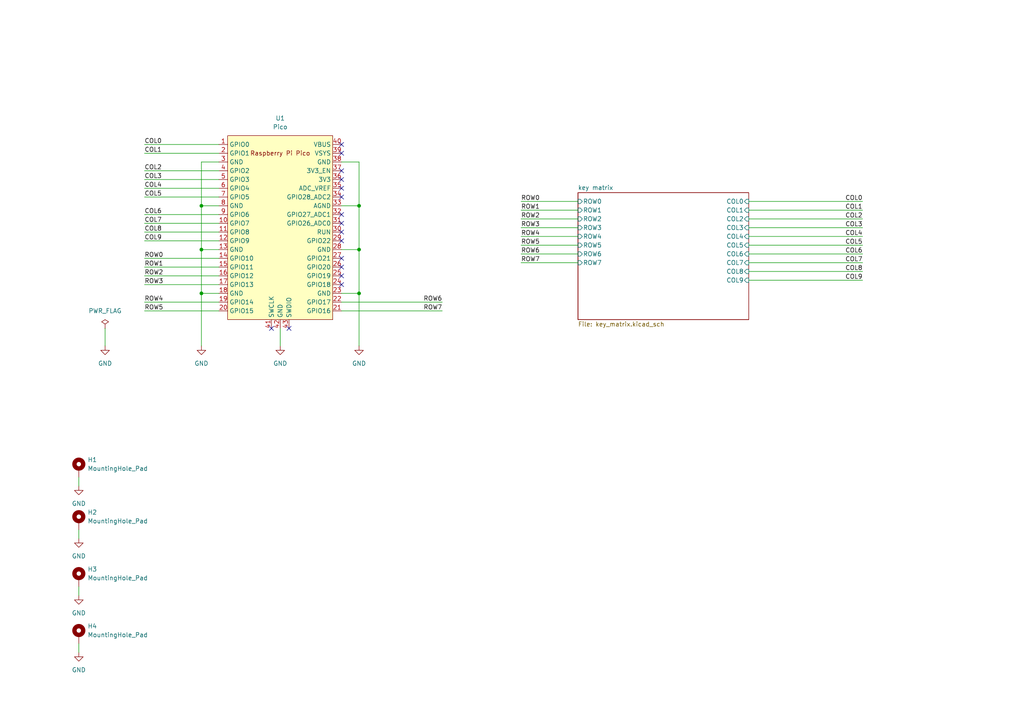
<source format=kicad_sch>
(kicad_sch (version 20230121) (generator eeschema)
  (paper "A4")
  (lib_symbols
    (symbol "Mechanical:MountingHole_Pad" (pin_numbers hide) (pin_names (offset 1.016) hide)
      (property "Reference" "H" (at 0 6.35 0))
      (property "Value" "MountingHole_Pad" (at 0 4.445 0))
      (symbol "MountingHole_Pad_0_1"
        (circle (center 0 1.27) (radius 1.27) (stroke (width 1.27)))
      )
      (symbol "MountingHole_Pad_1_1"
        (pin input line (at 0 -2.54 90) (length 2.54) (name "1") (number "1"))
      )
    )
    (symbol "pico:Pico"
      (property "Reference" "U1" (at 0 31.75 0))
      (property "Value" "Pico" (at 0 29.21 0))
      (symbol "Pico_0_0"
        (text "Raspberry Pi Pico" (at 0 21.59 0) (effects (font (size 1.27 1.27))))
      )
      (symbol "Pico_0_1"
        (rectangle (start -15.24 26.67) (end 15.24 -26.67) (fill (type background)))
      )
      (symbol "Pico_1_1"
        (pin bidirectional line (at -17.78 24.13 0) (length 2.54) (name "GPIO0") (number "1"))
        (pin bidirectional line (at -17.78 1.27 0) (length 2.54) (name "GPIO7") (number "10"))
        (pin bidirectional line (at -17.78 -1.27 0) (length 2.54) (name "GPIO8") (number "11"))
        (pin bidirectional line (at -17.78 -3.81 0) (length 2.54) (name "GPIO9") (number "12"))
        (pin power_in line (at -17.78 -6.35 0) (length 2.54) (name "GND") (number "13"))
        (pin bidirectional line (at -17.78 -8.89 0) (length 2.54) (name "GPIO10") (number "14"))
        (pin bidirectional line (at -17.78 -11.43 0) (length 2.54) (name "GPIO11") (number "15"))
        (pin bidirectional line (at -17.78 -13.97 0) (length 2.54) (name "GPIO12") (number "16"))
        (pin bidirectional line (at -17.78 -16.51 0) (length 2.54) (name "GPIO13") (number "17"))
        (pin power_in line (at -17.78 -19.05 0) (length 2.54) (name "GND") (number "18"))
        (pin bidirectional line (at -17.78 -21.59 0) (length 2.54) (name "GPIO14") (number "19"))
        (pin bidirectional line (at -17.78 21.59 0) (length 2.54) (name "GPIO1") (number "2"))
        (pin bidirectional line (at -17.78 -24.13 0) (length 2.54) (name "GPIO15") (number "20"))
        (pin bidirectional line (at 17.78 -24.13 180) (length 2.54) (name "GPIO16") (number "21"))
        (pin bidirectional line (at 17.78 -21.59 180) (length 2.54) (name "GPIO17") (number "22"))
        (pin power_in line (at 17.78 -19.05 180) (length 2.54) (name "GND") (number "23"))
        (pin bidirectional line (at 17.78 -16.51 180) (length 2.54) (name "GPIO18") (number "24"))
        (pin bidirectional line (at 17.78 -13.97 180) (length 2.54) (name "GPIO19") (number "25"))
        (pin bidirectional line (at 17.78 -11.43 180) (length 2.54) (name "GPIO20") (number "26"))
        (pin bidirectional line (at 17.78 -8.89 180) (length 2.54) (name "GPIO21") (number "27"))
        (pin power_in line (at 17.78 -6.35 180) (length 2.54) (name "GND") (number "28"))
        (pin bidirectional line (at 17.78 -3.81 180) (length 2.54) (name "GPIO22") (number "29"))
        (pin power_in line (at -17.78 19.05 0) (length 2.54) (name "GND") (number "3"))
        (pin input line (at 17.78 -1.27 180) (length 2.54) (name "RUN") (number "30"))
        (pin bidirectional line (at 17.78 1.27 180) (length 2.54) (name "GPIO26_ADC0") (number "31"))
        (pin bidirectional line (at 17.78 3.81 180) (length 2.54) (name "GPIO27_ADC1") (number "32"))
        (pin power_in line (at 17.78 6.35 180) (length 2.54) (name "AGND") (number "33"))
        (pin bidirectional line (at 17.78 8.89 180) (length 2.54) (name "GPIO28_ADC2") (number "34"))
        (pin power_in line (at 17.78 11.43 180) (length 2.54) (name "ADC_VREF") (number "35"))
        (pin power_in line (at 17.78 13.97 180) (length 2.54) (name "3V3") (number "36"))
        (pin input line (at 17.78 16.51 180) (length 2.54) (name "3V3_EN") (number "37"))
        (pin power_in line (at 17.78 19.05 180) (length 2.54) (name "GND") (number "38"))
        (pin power_in line (at 17.78 21.59 180) (length 2.54) (name "VSYS") (number "39"))
        (pin bidirectional line (at -17.78 16.51 0) (length 2.54) (name "GPIO2") (number "4"))
        (pin power_in line (at 17.78 24.13 180) (length 2.54) (name "VBUS") (number "40"))
        (pin input line (at -2.54 -29.21 90) (length 2.54) (name "SWCLK") (number "41"))
        (pin power_in line (at 0 -29.21 90) (length 2.54) (name "GND") (number "42"))
        (pin bidirectional line (at 2.54 -29.21 90) (length 2.54) (name "SWDIO") (number "43"))
        (pin bidirectional line (at -17.78 13.97 0) (length 2.54) (name "GPIO3") (number "5"))
        (pin bidirectional line (at -17.78 11.43 0) (length 2.54) (name "GPIO4") (number "6"))
        (pin bidirectional line (at -17.78 8.89 0) (length 2.54) (name "GPIO5") (number "7"))
        (pin power_in line (at -17.78 6.35 0) (length 2.54) (name "GND") (number "8"))
        (pin bidirectional line (at -17.78 3.81 0) (length 2.54) (name "GPIO6") (number "9"))
      )
    )
    (symbol "power:GND" (power) (pin_names (offset 0))
      (property "Value" "GND" (at 0 -3.81 0))
      (symbol "GND_0_1"
        (polyline (pts (xy 0 0) (xy 0 -1.27) (xy 1.27 -1.27) (xy 0 -2.54) (xy -1.27 -1.27) (xy 0 -1.27)))
      )
      (symbol "GND_1_1"
        (pin power_in line (at 0 0 270) (length 0) hide (name "GND") (number "1"))
      )
    )
    (symbol "power:PWR_FLAG" (power) (pin_numbers hide) (pin_names (offset 0) hide)
      (property "Value" "PWR_FLAG" (at 0 3.81 0))
      (symbol "PWR_FLAG_0_0"
        (pin power_out line (at 0 0 90) (length 0) (name "pwr") (number "1"))
      )
      (symbol "PWR_FLAG_0_1"
        (polyline (pts (xy 0 0) (xy 0 1.27) (xy -1.016 1.905) (xy 0 2.54) (xy 1.016 1.905) (xy 0 1.27)))
      )
    )
  )
  (junction (at 58.42 85.09))
  (junction (at 104.14 72.39))
  (junction (at 104.14 59.69))
  (junction (at 104.14 85.09))
  (junction (at 58.42 72.39))
  (junction (at 58.42 59.69))
  (no_connect (at 99.06 69.85))
  (no_connect (at 78.74 95.25))
  (no_connect (at 99.06 62.23))
  (no_connect (at 99.06 77.47))
  (no_connect (at 99.06 57.15))
  (no_connect (at 99.06 74.93))
  (no_connect (at 83.82 95.25))
  (no_connect (at 99.06 67.31))
  (no_connect (at 99.06 49.53))
  (no_connect (at 99.06 41.91))
  (no_connect (at 99.06 54.61))
  (no_connect (at 99.06 82.55))
  (no_connect (at 99.06 64.77))
  (no_connect (at 99.06 52.07))
  (no_connect (at 99.06 44.45))
  (no_connect (at 99.06 80.01))
  (wire (pts (xy 63.5 59.69) (xy 58.42 59.69)))
  (wire (pts (xy 22.86 138.43) (xy 22.86 140.97)))
  (wire (pts (xy 217.17 58.42) (xy 250.19 58.42)))
  (wire (pts (xy 58.42 85.09) (xy 58.42 100.33)))
  (wire (pts (xy 41.91 52.07) (xy 63.5 52.07)))
  (wire (pts (xy 41.91 54.61) (xy 63.5 54.61)))
  (wire (pts (xy 22.86 153.67) (xy 22.86 156.21)))
  (wire (pts (xy 217.17 68.58) (xy 250.19 68.58)))
  (wire (pts (xy 41.91 67.31) (xy 63.5 67.31)))
  (wire (pts (xy 41.91 41.91) (xy 63.5 41.91)))
  (wire (pts (xy 217.17 81.28) (xy 250.19 81.28)))
  (wire (pts (xy 151.13 73.66) (xy 167.64 73.66)))
  (wire (pts (xy 217.17 73.66) (xy 250.19 73.66)))
  (wire (pts (xy 217.17 71.12) (xy 250.19 71.12)))
  (wire (pts (xy 104.14 46.99) (xy 104.14 59.69)))
  (wire (pts (xy 151.13 76.2) (xy 167.64 76.2)))
  (wire (pts (xy 30.48 95.25) (xy 30.48 100.33)))
  (wire (pts (xy 104.14 85.09) (xy 104.14 100.33)))
  (wire (pts (xy 41.91 87.63) (xy 63.5 87.63)))
  (wire (pts (xy 41.91 77.47) (xy 63.5 77.47)))
  (wire (pts (xy 22.86 186.69) (xy 22.86 189.23)))
  (wire (pts (xy 63.5 72.39) (xy 58.42 72.39)))
  (wire (pts (xy 151.13 71.12) (xy 167.64 71.12)))
  (wire (pts (xy 217.17 60.96) (xy 250.19 60.96)))
  (wire (pts (xy 99.06 90.17) (xy 128.27 90.17)))
  (wire (pts (xy 99.06 87.63) (xy 128.27 87.63)))
  (wire (pts (xy 151.13 60.96) (xy 167.64 60.96)))
  (wire (pts (xy 41.91 82.55) (xy 63.5 82.55)))
  (wire (pts (xy 58.42 59.69) (xy 58.42 72.39)))
  (wire (pts (xy 41.91 44.45) (xy 63.5 44.45)))
  (wire (pts (xy 41.91 49.53) (xy 63.5 49.53)))
  (wire (pts (xy 41.91 62.23) (xy 63.5 62.23)))
  (wire (pts (xy 99.06 46.99) (xy 104.14 46.99)))
  (wire (pts (xy 58.42 46.99) (xy 58.42 59.69)))
  (wire (pts (xy 22.86 170.18) (xy 22.86 172.72)))
  (wire (pts (xy 41.91 74.93) (xy 63.5 74.93)))
  (wire (pts (xy 151.13 68.58) (xy 167.64 68.58)))
  (wire (pts (xy 151.13 63.5) (xy 167.64 63.5)))
  (wire (pts (xy 41.91 64.77) (xy 63.5 64.77)))
  (wire (pts (xy 41.91 80.01) (xy 63.5 80.01)))
  (wire (pts (xy 81.28 95.25) (xy 81.28 100.33)))
  (wire (pts (xy 63.5 85.09) (xy 58.42 85.09)))
  (wire (pts (xy 217.17 66.04) (xy 250.19 66.04)))
  (wire (pts (xy 41.91 69.85) (xy 63.5 69.85)))
  (wire (pts (xy 217.17 63.5) (xy 250.19 63.5)))
  (wire (pts (xy 41.91 57.15) (xy 63.5 57.15)))
  (wire (pts (xy 217.17 78.74) (xy 250.19 78.74)))
  (wire (pts (xy 104.14 59.69) (xy 104.14 72.39)))
  (wire (pts (xy 104.14 72.39) (xy 104.14 85.09)))
  (wire (pts (xy 151.13 66.04) (xy 167.64 66.04)))
  (wire (pts (xy 58.42 46.99) (xy 63.5 46.99)))
  (wire (pts (xy 217.17 76.2) (xy 250.19 76.2)))
  (wire (pts (xy 41.91 90.17) (xy 63.5 90.17)))
  (wire (pts (xy 99.06 59.69) (xy 104.14 59.69)))
  (wire (pts (xy 99.06 85.09) (xy 104.14 85.09)))
  (wire (pts (xy 99.06 72.39) (xy 104.14 72.39)))
  (wire (pts (xy 58.42 72.39) (xy 58.42 85.09)))
  (wire (pts (xy 151.13 58.42) (xy 167.64 58.42)))
  (label "COL8" (at 250.19 78.74 180))
  (label "COL8" (at 41.91 67.31 0))
  (label "ROW4" (at 41.91 87.63 0))
  (label "COL1" (at 41.91 44.45 0))
  (label "ROW4" (at 151.13 68.58 0))
  (label "COL7" (at 41.91 64.77 0))
  (label "COL3" (at 41.91 52.07 0))
  (label "ROW2" (at 151.13 63.5 0))
  (label "ROW1" (at 41.91 77.47 0))
  (label "ROW2" (at 41.91 80.01 0))
  (label "COL5" (at 41.91 57.15 0))
  (label "COL5" (at 250.19 71.12 180))
  (label "ROW0" (at 151.13 58.42 0))
  (label "ROW3" (at 41.91 82.55 0))
  (label "COL1" (at 250.19 60.96 180))
  (label "ROW3" (at 151.13 66.04 0))
  (label "ROW6" (at 151.13 73.66 0))
  (label "COL7" (at 250.19 76.2 180))
  (label "ROW1" (at 151.13 60.96 0))
  (label "COL0" (at 250.19 58.42 180))
  (label "COL9" (at 41.91 69.85 0))
  (label "ROW7" (at 128.27 90.17 180))
  (label "COL9" (at 250.19 81.28 180))
  (label "COL0" (at 41.91 41.91 0))
  (label "ROW5" (at 151.13 71.12 0))
  (label "COL4" (at 250.19 68.58 180))
  (label "ROW0" (at 41.91 74.93 0))
  (label "ROW6" (at 128.27 87.63 180))
  (label "COL4" (at 41.91 54.61 0))
  (label "COL2" (at 250.19 63.5 180))
  (label "ROW5" (at 41.91 90.17 0))
  (label "ROW7" (at 151.13 76.2 0))
  (label "COL3" (at 250.19 66.04 180))
  (label "COL2" (at 41.91 49.53 0))
  (label "COL6" (at 250.19 73.66 180))
  (label "COL6" (at 41.91 62.23 0))
  (symbol (lib_id "Mechanical:MountingHole_Pad") (at 22.86 135.89 0) (unit 1)
    (property "Reference" "H1" (at 25.4 133.35 0) (effects (justify left)))
    (property "Value" "MountingHole_Pad" (at 25.4 135.89 0) (effects (justify left)))
    (property "Footprint" "MountingHole:MountingHole_3.2mm_M3_Pad" (effects hide))
  )
  (symbol (lib_id "Mechanical:MountingHole_Pad") (at 22.86 184.15 0) (unit 1)
    (property "Reference" "H4" (at 25.4 181.61 0) (effects (justify left)))
    (property "Value" "MountingHole_Pad" (at 25.4 184.15 0) (effects (justify left)))
    (property "Footprint" "MountingHole:MountingHole_3.2mm_M3_Pad" (effects hide))
  )
  (symbol (lib_id "pico:Pico") (at 81.28 66.04 0) (unit 1)
    (property "Reference" "U1" (at 81.28 34.29 0))
    (property "Value" "Pico" (at 81.28 36.83 0))
    (property "Footprint" "MCU_RaspberryPi_and_Boards:RPi_Pico_SMD_TH" (effects hide))
  )
  (symbol (lib_id "power:GND") (at 22.86 156.21 0) (unit 1)
    (property "Reference" "#PWR06" (effects hide))
    (property "Value" "GND" (at 22.86 161.29 0))
  )
  (symbol (lib_id "Mechanical:MountingHole_Pad") (at 22.86 151.13 0) (unit 1)
    (property "Reference" "H2" (at 25.4 148.59 0) (effects (justify left)))
    (property "Value" "MountingHole_Pad" (at 25.4 151.13 0) (effects (justify left)))
    (property "Footprint" "MountingHole:MountingHole_3.2mm_M3_Pad" (effects hide))
  )
  (symbol (lib_id "power:GND") (at 104.14 100.33 0) (unit 1)
    (property "Reference" "#PWR04" (effects hide))
    (property "Value" "GND" (at 104.14 105.41 0))
  )
  (symbol (lib_id "power:PWR_FLAG") (at 30.48 95.25 0) (unit 1)
    (property "Reference" "#FLG01" (effects hide))
    (property "Value" "PWR_FLAG" (at 30.48 90.17 0))
  )
  (symbol (lib_id "power:GND") (at 22.86 140.97 0) (unit 1)
    (property "Reference" "#PWR05" (effects hide))
    (property "Value" "GND" (at 22.86 146.05 0))
  )
  (symbol (lib_id "power:GND") (at 22.86 189.23 0) (unit 1)
    (property "Reference" "#PWR08" (effects hide))
    (property "Value" "GND" (at 22.86 194.31 0))
  )
  (symbol (lib_id "power:GND") (at 30.48 100.33 0) (unit 1)
    (property "Reference" "#PWR02" (effects hide))
    (property "Value" "GND" (at 30.48 105.41 0))
  )
  (symbol (lib_id "power:GND") (at 81.28 100.33 0) (unit 1)
    (property "Reference" "#PWR01" (effects hide))
    (property "Value" "GND" (at 81.28 105.41 0))
  )
  (symbol (lib_id "Mechanical:MountingHole_Pad") (at 22.86 167.64 0) (unit 1)
    (property "Reference" "H3" (at 25.4 165.1 0) (effects (justify left)))
    (property "Value" "MountingHole_Pad" (at 25.4 167.64 0) (effects (justify left)))
    (property "Footprint" "MountingHole:MountingHole_3.2mm_M3_Pad" (effects hide))
  )
  (symbol (lib_id "power:GND") (at 58.42 100.33 0) (unit 1)
    (property "Reference" "#PWR03" (effects hide))
    (property "Value" "GND" (at 58.42 105.41 0))
  )
  (symbol (lib_id "power:GND") (at 22.86 172.72 0) (unit 1)
    (property "Reference" "#PWR07" (effects hide))
    (property "Value" "GND" (at 22.86 177.8 0))
  )
  (sheet (at 167.64 55.88) (size 49.53 36.83) (stroke (width 0.1524))
    (property "Sheetname" "key matrix" (at 167.64 55.1684 0) (effects (justify left bottom)))
    (property "Sheetfile" "key_matrix.kicad_sch" (at 167.64 93.2946 0) (effects (justify left top)))
    (pin "ROW0" input (at 167.64 58.42 180))
    (pin "ROW1" input (at 167.64 60.96 180))
    (pin "ROW5" input (at 167.64 71.12 180))
    (pin "ROW4" input (at 167.64 68.58 180))
    (pin "ROW6" input (at 167.64 73.66 180))
    (pin "ROW7" input (at 167.64 76.2 180))
    (pin "ROW3" input (at 167.64 66.04 180))
    (pin "ROW2" input (at 167.64 63.5 180))
    (pin "COL9" input (at 217.17 81.28 0))
    (pin "COL7" input (at 217.17 76.2 0))
    (pin "COL8" input (at 217.17 78.74 0))
    (pin "COL4" input (at 217.17 68.58 0))
    (pin "COL5" input (at 217.17 71.12 0))
    (pin "COL0" input (at 217.17 58.42 0))
    (pin "COL1" input (at 217.17 60.96 0))
    (pin "COL2" input (at 217.17 63.5 0))
    (pin "COL3" input (at 217.17 66.04 0))
    (pin "COL6" input (at 217.17 73.66 0))
  )
)
</source>
